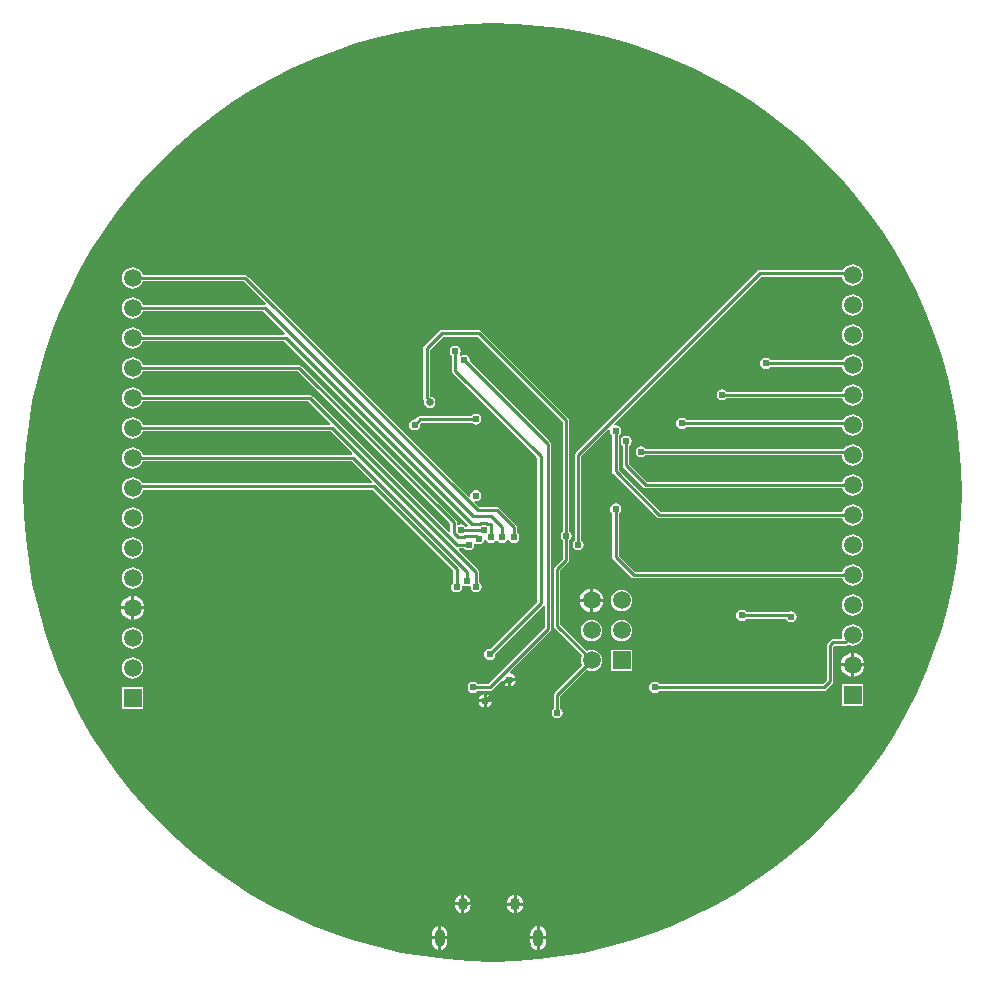
<source format=gbl>
G04 Layer_Physical_Order=2*
G04 Layer_Color=16711680*
%FSLAX25Y25*%
%MOIN*%
G70*
G01*
G75*
%ADD23C,0.01000*%
%ADD24R,0.05906X0.05906*%
%ADD25C,0.05906*%
%ADD26O,0.03347X0.04134*%
%ADD27O,0.03150X0.05906*%
%ADD28C,0.02441*%
%ADD29C,0.02567*%
G36*
X419173Y458189D02*
X426828Y457624D01*
X434445Y456685D01*
X442008Y455373D01*
X449497Y453691D01*
X456894Y451644D01*
X464182Y449236D01*
X471343Y446474D01*
X478360Y443364D01*
X485216Y439913D01*
X491894Y436129D01*
X498379Y432023D01*
X504654Y427603D01*
X510705Y422881D01*
X516517Y417868D01*
X522076Y412575D01*
X527368Y407017D01*
X532381Y401205D01*
X537104Y395154D01*
X541523Y388879D01*
X545629Y382394D01*
X549413Y375716D01*
X552864Y368860D01*
X555974Y361843D01*
X558736Y354682D01*
X561144Y347394D01*
X563191Y339997D01*
X564873Y332508D01*
X566185Y324945D01*
X567124Y317328D01*
X567689Y309673D01*
X567877Y302000D01*
X567689Y294327D01*
X567124Y286672D01*
X566185Y279055D01*
X564873Y271492D01*
X563191Y264003D01*
X561144Y256606D01*
X558736Y249318D01*
X555974Y242157D01*
X552864Y235140D01*
X549413Y228284D01*
X545629Y221606D01*
X541523Y215121D01*
X537104Y208846D01*
X532381Y202795D01*
X527368Y196983D01*
X522076Y191425D01*
X516517Y186132D01*
X510705Y181119D01*
X504654Y176397D01*
X498379Y171977D01*
X491894Y167871D01*
X485216Y164087D01*
X478360Y160636D01*
X471343Y157526D01*
X464182Y154764D01*
X456894Y152356D01*
X449497Y150309D01*
X442008Y148627D01*
X434445Y147315D01*
X426828Y146376D01*
X419173Y145811D01*
X411500Y145623D01*
X403827Y145811D01*
X396172Y146376D01*
X388555Y147315D01*
X380992Y148627D01*
X373503Y150309D01*
X366106Y152356D01*
X358818Y154764D01*
X351657Y157526D01*
X344640Y160636D01*
X337784Y164087D01*
X331106Y167871D01*
X324621Y171977D01*
X318346Y176397D01*
X312295Y181119D01*
X306483Y186132D01*
X300924Y191425D01*
X295632Y196983D01*
X290619Y202795D01*
X285896Y208846D01*
X281477Y215121D01*
X277371Y221606D01*
X273587Y228284D01*
X270136Y235140D01*
X267026Y242157D01*
X264264Y249318D01*
X261856Y256606D01*
X259809Y264003D01*
X258127Y271492D01*
X256815Y279055D01*
X255876Y286672D01*
X255311Y294327D01*
X255123Y302000D01*
X255311Y309673D01*
X255876Y317328D01*
X256815Y324945D01*
X258127Y332508D01*
X259809Y339997D01*
X261856Y347394D01*
X264264Y354682D01*
X267026Y361843D01*
X270136Y368860D01*
X273587Y375716D01*
X277371Y382394D01*
X281477Y388879D01*
X285896Y395154D01*
X290619Y401205D01*
X295632Y407017D01*
X300924Y412575D01*
X306483Y417868D01*
X312295Y422881D01*
X318346Y427603D01*
X324621Y432023D01*
X331106Y436129D01*
X337784Y439913D01*
X344640Y443364D01*
X351657Y446474D01*
X358818Y449236D01*
X366106Y451644D01*
X373503Y453691D01*
X380992Y455373D01*
X388555Y456685D01*
X396172Y457624D01*
X403827Y458189D01*
X411500Y458377D01*
X419173Y458189D01*
D02*
G37*
%LPC*%
G36*
X531500Y378083D02*
X530573Y377961D01*
X529708Y377603D01*
X528966Y377034D01*
X528397Y376292D01*
X528326Y376121D01*
X500500D01*
X500500Y376122D01*
X500071Y376036D01*
X499707Y375793D01*
X439207Y315293D01*
X438964Y314929D01*
X438878Y314500D01*
X438878Y314500D01*
Y285940D01*
X438688Y285812D01*
X438285Y285210D01*
X438144Y284500D01*
X438285Y283790D01*
X438688Y283188D01*
X439290Y282785D01*
X440000Y282644D01*
X440710Y282785D01*
X441313Y283188D01*
X441715Y283790D01*
X441856Y284500D01*
X441715Y285210D01*
X441313Y285812D01*
X441122Y285940D01*
Y314035D01*
X450270Y323184D01*
X450731Y322938D01*
X450644Y322500D01*
X450785Y321790D01*
X451188Y321187D01*
X451378Y321060D01*
Y309000D01*
X451378Y309000D01*
X451464Y308571D01*
X451707Y308207D01*
X466207Y293707D01*
X466207Y293707D01*
X466571Y293464D01*
X467000Y293378D01*
X467000Y293378D01*
X528119D01*
X528397Y292708D01*
X528966Y291966D01*
X529708Y291397D01*
X530573Y291039D01*
X531500Y290917D01*
X532428Y291039D01*
X533292Y291397D01*
X534034Y291966D01*
X534603Y292708D01*
X534961Y293573D01*
X535083Y294500D01*
X534961Y295427D01*
X534603Y296292D01*
X534034Y297034D01*
X533292Y297603D01*
X532428Y297961D01*
X531500Y298083D01*
X530573Y297961D01*
X529708Y297603D01*
X528966Y297034D01*
X528397Y296292D01*
X528119Y295621D01*
X467465D01*
X453622Y309465D01*
Y321060D01*
X453813Y321187D01*
X454215Y321790D01*
X454356Y322500D01*
X454215Y323210D01*
X453813Y323813D01*
X453210Y324215D01*
X452500Y324356D01*
X452062Y324269D01*
X451816Y324730D01*
X500965Y373879D01*
X527998D01*
X528039Y373573D01*
X528397Y372708D01*
X528966Y371966D01*
X529708Y371397D01*
X530573Y371039D01*
X531500Y370917D01*
X532428Y371039D01*
X533292Y371397D01*
X534034Y371966D01*
X534603Y372708D01*
X534961Y373573D01*
X535083Y374500D01*
X534961Y375427D01*
X534603Y376292D01*
X534034Y377034D01*
X533292Y377603D01*
X532428Y377961D01*
X531500Y378083D01*
D02*
G37*
G36*
X291500Y377083D02*
X290573Y376961D01*
X289708Y376603D01*
X288966Y376034D01*
X288397Y375292D01*
X288039Y374427D01*
X287917Y373500D01*
X288039Y372573D01*
X288397Y371708D01*
X288966Y370966D01*
X289708Y370397D01*
X290573Y370039D01*
X291500Y369917D01*
X292427Y370039D01*
X293292Y370397D01*
X294034Y370966D01*
X294603Y371708D01*
X294881Y372378D01*
X328535D01*
X335853Y365061D01*
X335606Y364600D01*
X335500Y364622D01*
X335500Y364621D01*
X294881D01*
X294603Y365292D01*
X294034Y366034D01*
X293292Y366603D01*
X292427Y366961D01*
X291500Y367083D01*
X290573Y366961D01*
X289708Y366603D01*
X288966Y366034D01*
X288397Y365292D01*
X288039Y364427D01*
X287917Y363500D01*
X288039Y362573D01*
X288397Y361708D01*
X288966Y360966D01*
X289708Y360397D01*
X290573Y360039D01*
X291500Y359917D01*
X292427Y360039D01*
X293292Y360397D01*
X294034Y360966D01*
X294603Y361708D01*
X294881Y362379D01*
X335035D01*
X342292Y355121D01*
X342085Y354622D01*
X294881D01*
X294603Y355292D01*
X294034Y356034D01*
X293292Y356603D01*
X292427Y356961D01*
X291500Y357083D01*
X290573Y356961D01*
X289708Y356603D01*
X288966Y356034D01*
X288397Y355292D01*
X288039Y354427D01*
X287917Y353500D01*
X288039Y352573D01*
X288397Y351708D01*
X288966Y350966D01*
X289708Y350397D01*
X290573Y350039D01*
X291500Y349917D01*
X292427Y350039D01*
X293292Y350397D01*
X294034Y350966D01*
X294603Y351708D01*
X294881Y352379D01*
X342035D01*
X403292Y291122D01*
X403085Y290621D01*
X402440D01*
X402313Y290812D01*
X401710Y291215D01*
X401000Y291356D01*
X400290Y291215D01*
X400121Y291103D01*
X399622Y291370D01*
Y292000D01*
X399622Y292000D01*
X399536Y292429D01*
X399293Y292793D01*
X399293Y292793D01*
X347793Y344293D01*
X347429Y344536D01*
X347000Y344622D01*
X347000Y344621D01*
X294881D01*
X294603Y345292D01*
X294034Y346034D01*
X293292Y346603D01*
X292427Y346961D01*
X291500Y347083D01*
X290573Y346961D01*
X289708Y346603D01*
X288966Y346034D01*
X288397Y345292D01*
X288039Y344427D01*
X287917Y343500D01*
X288039Y342573D01*
X288397Y341708D01*
X288966Y340966D01*
X289708Y340397D01*
X290573Y340039D01*
X291500Y339917D01*
X292427Y340039D01*
X293292Y340397D01*
X294034Y340966D01*
X294603Y341708D01*
X294881Y342378D01*
X346535D01*
X397378Y291535D01*
Y288915D01*
X396879Y288708D01*
X351293Y334293D01*
X350929Y334536D01*
X350500Y334622D01*
X350500Y334622D01*
X294881D01*
X294603Y335292D01*
X294034Y336034D01*
X293292Y336603D01*
X292427Y336961D01*
X291500Y337083D01*
X290573Y336961D01*
X289708Y336603D01*
X288966Y336034D01*
X288397Y335292D01*
X288039Y334427D01*
X287917Y333500D01*
X288039Y332573D01*
X288397Y331708D01*
X288966Y330966D01*
X289708Y330397D01*
X290573Y330039D01*
X291500Y329917D01*
X292427Y330039D01*
X293292Y330397D01*
X294034Y330966D01*
X294603Y331708D01*
X294881Y332379D01*
X350035D01*
X357330Y325083D01*
X357139Y324622D01*
X294881D01*
X294603Y325292D01*
X294034Y326034D01*
X293292Y326603D01*
X292427Y326961D01*
X291500Y327083D01*
X290573Y326961D01*
X289708Y326603D01*
X288966Y326034D01*
X288397Y325292D01*
X288039Y324427D01*
X287917Y323500D01*
X288039Y322573D01*
X288397Y321708D01*
X288966Y320966D01*
X289708Y320397D01*
X290573Y320039D01*
X291500Y319917D01*
X292427Y320039D01*
X293292Y320397D01*
X294034Y320966D01*
X294603Y321708D01*
X294881Y322378D01*
X357535D01*
X364792Y315122D01*
X364585Y314621D01*
X294881D01*
X294603Y315292D01*
X294034Y316034D01*
X293292Y316603D01*
X292427Y316961D01*
X291500Y317083D01*
X290573Y316961D01*
X289708Y316603D01*
X288966Y316034D01*
X288397Y315292D01*
X288039Y314427D01*
X287917Y313500D01*
X288039Y312573D01*
X288397Y311708D01*
X288966Y310966D01*
X289708Y310397D01*
X290573Y310039D01*
X291500Y309917D01*
X292427Y310039D01*
X293292Y310397D01*
X294034Y310966D01*
X294603Y311708D01*
X294881Y312379D01*
X364535D01*
X371330Y305584D01*
X371139Y305121D01*
X294674D01*
X294603Y305292D01*
X294034Y306034D01*
X293292Y306603D01*
X292427Y306961D01*
X291500Y307083D01*
X290573Y306961D01*
X289708Y306603D01*
X288966Y306034D01*
X288397Y305292D01*
X288039Y304427D01*
X287917Y303500D01*
X288039Y302573D01*
X288397Y301708D01*
X288966Y300966D01*
X289708Y300397D01*
X290573Y300039D01*
X291500Y299917D01*
X292427Y300039D01*
X293292Y300397D01*
X294034Y300966D01*
X294603Y301708D01*
X294961Y302573D01*
X295002Y302878D01*
X371535D01*
X398378Y276035D01*
Y271940D01*
X398187Y271813D01*
X397785Y271210D01*
X397644Y270500D01*
X397785Y269790D01*
X398187Y269187D01*
X398790Y268785D01*
X399500Y268644D01*
X400210Y268785D01*
X400812Y269187D01*
X401215Y269790D01*
X401356Y270500D01*
X401275Y270907D01*
X401554Y271097D01*
X401736Y271155D01*
X402290Y270785D01*
X403000Y270644D01*
X403710Y270785D01*
X403732Y270800D01*
X404148Y270522D01*
X404144Y270500D01*
X404285Y269790D01*
X404688Y269187D01*
X405290Y268785D01*
X406000Y268644D01*
X406710Y268785D01*
X407312Y269187D01*
X407715Y269790D01*
X407856Y270500D01*
X407715Y271210D01*
X407312Y271813D01*
X407122Y271940D01*
Y275500D01*
X407122Y275500D01*
X407036Y275929D01*
X406793Y276293D01*
X406793Y276293D01*
X400170Y282916D01*
X400361Y283379D01*
X402060D01*
X402187Y283188D01*
X402790Y282785D01*
X403500Y282644D01*
X404210Y282785D01*
X404812Y283188D01*
X405215Y283790D01*
X405356Y284500D01*
X405275Y284908D01*
X405554Y285097D01*
X405736Y285155D01*
X406290Y284785D01*
X407000Y284644D01*
X407710Y284785D01*
X408313Y285188D01*
X408715Y285790D01*
X408795Y286192D01*
X409139Y286261D01*
X409315Y286245D01*
X409688Y285687D01*
X410290Y285285D01*
X411000Y285144D01*
X411710Y285285D01*
X412313Y285687D01*
X412449Y285892D01*
X413051D01*
X413188Y285687D01*
X413790Y285285D01*
X414500Y285144D01*
X415210Y285285D01*
X415812Y285687D01*
X416215Y286290D01*
X416245Y286442D01*
X416755D01*
X416785Y286290D01*
X417188Y285687D01*
X417790Y285285D01*
X418500Y285144D01*
X419210Y285285D01*
X419812Y285687D01*
X420215Y286290D01*
X420356Y287000D01*
X420215Y287710D01*
X419812Y288313D01*
X419622Y288440D01*
Y290500D01*
X419536Y290929D01*
X419293Y291293D01*
X419293Y291293D01*
X413793Y296793D01*
X413429Y297036D01*
X413000Y297122D01*
X413000Y297122D01*
X406965D01*
X405403Y298683D01*
X405649Y299144D01*
X405942Y299086D01*
X406652Y299227D01*
X407255Y299629D01*
X407657Y300232D01*
X407798Y300942D01*
X407657Y301652D01*
X407255Y302255D01*
X406652Y302657D01*
X405942Y302798D01*
X405232Y302657D01*
X404630Y302255D01*
X404227Y301652D01*
X404086Y300942D01*
X404144Y300649D01*
X403683Y300403D01*
X329793Y374293D01*
X329429Y374536D01*
X329000Y374622D01*
X329000Y374622D01*
X294881D01*
X294603Y375292D01*
X294034Y376034D01*
X293292Y376603D01*
X292427Y376961D01*
X291500Y377083D01*
D02*
G37*
G36*
X531500Y368083D02*
X530573Y367961D01*
X529708Y367603D01*
X528966Y367034D01*
X528397Y366292D01*
X528039Y365427D01*
X527917Y364500D01*
X528039Y363573D01*
X528397Y362708D01*
X528966Y361966D01*
X529708Y361397D01*
X530573Y361039D01*
X531500Y360917D01*
X532428Y361039D01*
X533292Y361397D01*
X534034Y361966D01*
X534603Y362708D01*
X534961Y363573D01*
X535083Y364500D01*
X534961Y365427D01*
X534603Y366292D01*
X534034Y367034D01*
X533292Y367603D01*
X532428Y367961D01*
X531500Y368083D01*
D02*
G37*
G36*
X407000Y356122D02*
X407000Y356121D01*
X394500D01*
X394500Y356122D01*
X394071Y356036D01*
X393707Y355793D01*
X393707Y355793D01*
X388707Y350793D01*
X388464Y350429D01*
X388378Y350000D01*
X388379Y350000D01*
Y333500D01*
X388378Y333500D01*
X388464Y333071D01*
X388707Y332707D01*
X388718Y332696D01*
X388580Y332000D01*
X388726Y331265D01*
X389142Y330642D01*
X389765Y330226D01*
X390500Y330080D01*
X391235Y330226D01*
X391858Y330642D01*
X392274Y331265D01*
X392420Y332000D01*
X392274Y332735D01*
X391858Y333358D01*
X391235Y333774D01*
X390707Y333879D01*
X390621Y333965D01*
Y349535D01*
X394965Y353878D01*
X406535D01*
X434878Y325535D01*
Y288940D01*
X434688Y288812D01*
X434285Y288210D01*
X434144Y287500D01*
X434285Y286790D01*
X434688Y286188D01*
X434878Y286060D01*
Y279965D01*
X432207Y277293D01*
X431964Y276929D01*
X431878Y276500D01*
X431878Y276500D01*
Y257500D01*
X431878Y257500D01*
X431964Y257071D01*
X432207Y256707D01*
X441316Y247598D01*
X441039Y246927D01*
X440917Y246000D01*
X441039Y245073D01*
X441316Y244402D01*
X432207Y235293D01*
X431964Y234929D01*
X431878Y234500D01*
X431878Y234500D01*
Y229940D01*
X431687Y229813D01*
X431285Y229210D01*
X431144Y228500D01*
X431285Y227790D01*
X431687Y227187D01*
X432290Y226785D01*
X433000Y226644D01*
X433710Y226785D01*
X434312Y227187D01*
X434715Y227790D01*
X434856Y228500D01*
X434715Y229210D01*
X434312Y229813D01*
X434122Y229940D01*
Y234035D01*
X442902Y242816D01*
X443573Y242539D01*
X444500Y242417D01*
X445428Y242539D01*
X446292Y242897D01*
X447034Y243466D01*
X447603Y244208D01*
X447961Y245073D01*
X448083Y246000D01*
X447961Y246927D01*
X447603Y247792D01*
X447034Y248534D01*
X446292Y249103D01*
X445428Y249461D01*
X444500Y249583D01*
X443573Y249461D01*
X442902Y249184D01*
X434122Y257965D01*
Y276035D01*
X436793Y278707D01*
X437036Y279071D01*
X437122Y279500D01*
X437122Y279500D01*
Y286060D01*
X437313Y286188D01*
X437715Y286790D01*
X437856Y287500D01*
X437715Y288210D01*
X437313Y288812D01*
X437122Y288940D01*
Y326000D01*
X437036Y326429D01*
X436793Y326793D01*
X436793Y326793D01*
X407793Y355793D01*
X407429Y356036D01*
X407000Y356122D01*
D02*
G37*
G36*
X531500Y358083D02*
X530573Y357961D01*
X529708Y357603D01*
X528966Y357034D01*
X528397Y356292D01*
X528039Y355427D01*
X527917Y354500D01*
X528039Y353573D01*
X528397Y352708D01*
X528966Y351966D01*
X529708Y351397D01*
X530573Y351039D01*
X531500Y350917D01*
X532428Y351039D01*
X533292Y351397D01*
X534034Y351966D01*
X534603Y352708D01*
X534961Y353573D01*
X535083Y354500D01*
X534961Y355427D01*
X534603Y356292D01*
X534034Y357034D01*
X533292Y357603D01*
X532428Y357961D01*
X531500Y358083D01*
D02*
G37*
G36*
Y348083D02*
X530573Y347961D01*
X529708Y347603D01*
X528966Y347034D01*
X528397Y346292D01*
X528326Y346122D01*
X503940D01*
X503813Y346312D01*
X503210Y346715D01*
X502500Y346856D01*
X501790Y346715D01*
X501188Y346312D01*
X500785Y345710D01*
X500644Y345000D01*
X500785Y344290D01*
X501188Y343688D01*
X501790Y343285D01*
X502500Y343144D01*
X503210Y343285D01*
X503813Y343688D01*
X503940Y343879D01*
X527998D01*
X528039Y343573D01*
X528397Y342708D01*
X528966Y341966D01*
X529708Y341397D01*
X530573Y341039D01*
X531500Y340917D01*
X532428Y341039D01*
X533292Y341397D01*
X534034Y341966D01*
X534603Y342708D01*
X534961Y343573D01*
X535083Y344500D01*
X534961Y345427D01*
X534603Y346292D01*
X534034Y347034D01*
X533292Y347603D01*
X532428Y347961D01*
X531500Y348083D01*
D02*
G37*
G36*
Y338083D02*
X530573Y337961D01*
X529708Y337603D01*
X528966Y337034D01*
X528397Y336292D01*
X528119Y335622D01*
X489440D01*
X489313Y335812D01*
X488710Y336215D01*
X488000Y336356D01*
X487290Y336215D01*
X486688Y335812D01*
X486285Y335210D01*
X486144Y334500D01*
X486285Y333790D01*
X486688Y333188D01*
X487290Y332785D01*
X488000Y332644D01*
X488710Y332785D01*
X489313Y333188D01*
X489440Y333379D01*
X528119D01*
X528397Y332708D01*
X528966Y331966D01*
X529708Y331397D01*
X530573Y331039D01*
X531500Y330917D01*
X532428Y331039D01*
X533292Y331397D01*
X534034Y331966D01*
X534603Y332708D01*
X534961Y333573D01*
X535083Y334500D01*
X534961Y335427D01*
X534603Y336292D01*
X534034Y337034D01*
X533292Y337603D01*
X532428Y337961D01*
X531500Y338083D01*
D02*
G37*
G36*
X405917Y328274D02*
X405207Y328132D01*
X404605Y327730D01*
X404477Y327539D01*
X387417D01*
X387417Y327539D01*
X386988Y327453D01*
X386624Y327210D01*
X386624Y327210D01*
X385725Y326311D01*
X385500Y326356D01*
X384790Y326215D01*
X384188Y325813D01*
X383785Y325210D01*
X383644Y324500D01*
X383785Y323790D01*
X384188Y323187D01*
X384790Y322785D01*
X385500Y322644D01*
X386210Y322785D01*
X386812Y323187D01*
X387215Y323790D01*
X387356Y324500D01*
X387311Y324725D01*
X387882Y325296D01*
X404477D01*
X404605Y325105D01*
X405207Y324703D01*
X405917Y324561D01*
X406628Y324703D01*
X407230Y325105D01*
X407632Y325707D01*
X407773Y326417D01*
X407632Y327128D01*
X407230Y327730D01*
X406628Y328132D01*
X405917Y328274D01*
D02*
G37*
G36*
X531500Y328083D02*
X530573Y327961D01*
X529708Y327603D01*
X528966Y327034D01*
X528397Y326292D01*
X528326Y326121D01*
X475940D01*
X475812Y326312D01*
X475210Y326715D01*
X474500Y326856D01*
X473790Y326715D01*
X473187Y326312D01*
X472785Y325710D01*
X472644Y325000D01*
X472785Y324290D01*
X473187Y323688D01*
X473790Y323285D01*
X474500Y323144D01*
X475210Y323285D01*
X475812Y323688D01*
X475940Y323879D01*
X527998D01*
X528039Y323573D01*
X528397Y322708D01*
X528966Y321966D01*
X529708Y321397D01*
X530573Y321039D01*
X531500Y320917D01*
X532428Y321039D01*
X533292Y321397D01*
X534034Y321966D01*
X534603Y322708D01*
X534961Y323573D01*
X535083Y324500D01*
X534961Y325427D01*
X534603Y326292D01*
X534034Y327034D01*
X533292Y327603D01*
X532428Y327961D01*
X531500Y328083D01*
D02*
G37*
G36*
Y318083D02*
X530573Y317961D01*
X529708Y317603D01*
X528966Y317034D01*
X528650Y316621D01*
X462440D01*
X462313Y316812D01*
X461710Y317215D01*
X461000Y317356D01*
X460290Y317215D01*
X459688Y316812D01*
X459285Y316210D01*
X459144Y315500D01*
X459285Y314790D01*
X459688Y314188D01*
X460290Y313785D01*
X461000Y313644D01*
X461710Y313785D01*
X462313Y314188D01*
X462440Y314378D01*
X527933D01*
X528039Y313573D01*
X528397Y312708D01*
X528966Y311966D01*
X529708Y311397D01*
X530573Y311039D01*
X531500Y310917D01*
X532428Y311039D01*
X533292Y311397D01*
X534034Y311966D01*
X534603Y312708D01*
X534961Y313573D01*
X535083Y314500D01*
X534961Y315427D01*
X534603Y316292D01*
X534034Y317034D01*
X533292Y317603D01*
X532428Y317961D01*
X531500Y318083D01*
D02*
G37*
G36*
X456000Y320856D02*
X455290Y320715D01*
X454688Y320312D01*
X454285Y319710D01*
X454144Y319000D01*
X454285Y318290D01*
X454688Y317688D01*
X454878Y317560D01*
Y311000D01*
X454878Y311000D01*
X454964Y310571D01*
X455207Y310207D01*
X461707Y303707D01*
X461707Y303707D01*
X462071Y303464D01*
X462500Y303378D01*
X462500Y303379D01*
X528119D01*
X528397Y302708D01*
X528966Y301966D01*
X529708Y301397D01*
X530573Y301039D01*
X531500Y300917D01*
X532428Y301039D01*
X533292Y301397D01*
X534034Y301966D01*
X534603Y302708D01*
X534961Y303573D01*
X535083Y304500D01*
X534961Y305427D01*
X534603Y306292D01*
X534034Y307034D01*
X533292Y307603D01*
X532428Y307961D01*
X531500Y308083D01*
X530573Y307961D01*
X529708Y307603D01*
X528966Y307034D01*
X528397Y306292D01*
X528119Y305622D01*
X462965D01*
X457122Y311465D01*
Y317560D01*
X457312Y317688D01*
X457715Y318290D01*
X457856Y319000D01*
X457715Y319710D01*
X457312Y320312D01*
X456710Y320715D01*
X456000Y320856D01*
D02*
G37*
G36*
X291500Y297083D02*
X290573Y296961D01*
X289708Y296603D01*
X288966Y296034D01*
X288397Y295292D01*
X288039Y294427D01*
X287917Y293500D01*
X288039Y292573D01*
X288397Y291708D01*
X288966Y290966D01*
X289708Y290397D01*
X290573Y290039D01*
X291500Y289917D01*
X292427Y290039D01*
X293292Y290397D01*
X294034Y290966D01*
X294603Y291708D01*
X294961Y292573D01*
X295083Y293500D01*
X294961Y294427D01*
X294603Y295292D01*
X294034Y296034D01*
X293292Y296603D01*
X292427Y296961D01*
X291500Y297083D01*
D02*
G37*
G36*
X531500Y288083D02*
X530573Y287961D01*
X529708Y287603D01*
X528966Y287034D01*
X528397Y286292D01*
X528039Y285427D01*
X527917Y284500D01*
X528039Y283573D01*
X528397Y282708D01*
X528966Y281966D01*
X529708Y281397D01*
X530573Y281039D01*
X531500Y280917D01*
X532428Y281039D01*
X533292Y281397D01*
X534034Y281966D01*
X534603Y282708D01*
X534961Y283573D01*
X535083Y284500D01*
X534961Y285427D01*
X534603Y286292D01*
X534034Y287034D01*
X533292Y287603D01*
X532428Y287961D01*
X531500Y288083D01*
D02*
G37*
G36*
X291500Y287083D02*
X290573Y286961D01*
X289708Y286603D01*
X288966Y286034D01*
X288397Y285292D01*
X288039Y284427D01*
X287917Y283500D01*
X288039Y282573D01*
X288397Y281708D01*
X288966Y280966D01*
X289708Y280397D01*
X290573Y280039D01*
X291500Y279917D01*
X292427Y280039D01*
X293292Y280397D01*
X294034Y280966D01*
X294603Y281708D01*
X294961Y282573D01*
X295083Y283500D01*
X294961Y284427D01*
X294603Y285292D01*
X294034Y286034D01*
X293292Y286603D01*
X292427Y286961D01*
X291500Y287083D01*
D02*
G37*
G36*
X452500Y298356D02*
X451790Y298215D01*
X451188Y297813D01*
X450785Y297210D01*
X450644Y296500D01*
X450785Y295790D01*
X451188Y295187D01*
X451378Y295060D01*
Y280500D01*
X451378Y280500D01*
X451464Y280071D01*
X451707Y279707D01*
X457707Y273707D01*
X457707Y273707D01*
X458071Y273464D01*
X458500Y273378D01*
X458500Y273378D01*
X528119D01*
X528397Y272708D01*
X528966Y271966D01*
X529708Y271397D01*
X530573Y271039D01*
X531500Y270917D01*
X532428Y271039D01*
X533292Y271397D01*
X534034Y271966D01*
X534603Y272708D01*
X534961Y273573D01*
X535083Y274500D01*
X534961Y275427D01*
X534603Y276292D01*
X534034Y277034D01*
X533292Y277603D01*
X532428Y277961D01*
X531500Y278083D01*
X530573Y277961D01*
X529708Y277603D01*
X528966Y277034D01*
X528397Y276292D01*
X528119Y275622D01*
X458965D01*
X453622Y280965D01*
Y295060D01*
X453813Y295187D01*
X454215Y295790D01*
X454356Y296500D01*
X454215Y297210D01*
X453813Y297813D01*
X453210Y298215D01*
X452500Y298356D01*
D02*
G37*
G36*
X291500Y277083D02*
X290573Y276961D01*
X289708Y276603D01*
X288966Y276034D01*
X288397Y275292D01*
X288039Y274427D01*
X287917Y273500D01*
X288039Y272573D01*
X288397Y271708D01*
X288966Y270966D01*
X289708Y270397D01*
X290573Y270039D01*
X291500Y269917D01*
X292427Y270039D01*
X293292Y270397D01*
X294034Y270966D01*
X294603Y271708D01*
X294961Y272573D01*
X295083Y273500D01*
X294961Y274427D01*
X294603Y275292D01*
X294034Y276034D01*
X293292Y276603D01*
X292427Y276961D01*
X291500Y277083D01*
D02*
G37*
G36*
X445000Y269921D02*
Y266500D01*
X448421D01*
X448351Y267032D01*
X447953Y267993D01*
X447319Y268819D01*
X446493Y269453D01*
X445532Y269851D01*
X445000Y269921D01*
D02*
G37*
G36*
X444000D02*
X443468Y269851D01*
X442507Y269453D01*
X441681Y268819D01*
X441047Y267993D01*
X440649Y267032D01*
X440579Y266500D01*
X444000D01*
Y269921D01*
D02*
G37*
G36*
X292000Y267421D02*
Y264000D01*
X295421D01*
X295351Y264532D01*
X294953Y265493D01*
X294319Y266319D01*
X293493Y266953D01*
X292532Y267351D01*
X292000Y267421D01*
D02*
G37*
G36*
X291000D02*
X290468Y267351D01*
X289507Y266953D01*
X288681Y266319D01*
X288047Y265493D01*
X287649Y264532D01*
X287579Y264000D01*
X291000D01*
Y267421D01*
D02*
G37*
G36*
X454500Y269583D02*
X453573Y269461D01*
X452708Y269103D01*
X451966Y268534D01*
X451397Y267792D01*
X451039Y266927D01*
X450917Y266000D01*
X451039Y265073D01*
X451397Y264208D01*
X451966Y263466D01*
X452708Y262897D01*
X453573Y262539D01*
X454500Y262417D01*
X455428Y262539D01*
X456292Y262897D01*
X457034Y263466D01*
X457603Y264208D01*
X457961Y265073D01*
X458083Y266000D01*
X457961Y266927D01*
X457603Y267792D01*
X457034Y268534D01*
X456292Y269103D01*
X455428Y269461D01*
X454500Y269583D01*
D02*
G37*
G36*
X448421Y265500D02*
X445000D01*
Y262079D01*
X445532Y262149D01*
X446493Y262547D01*
X447319Y263181D01*
X447953Y264007D01*
X448351Y264968D01*
X448421Y265500D01*
D02*
G37*
G36*
X444000D02*
X440579D01*
X440649Y264968D01*
X441047Y264007D01*
X441681Y263181D01*
X442507Y262547D01*
X443468Y262149D01*
X444000Y262079D01*
Y265500D01*
D02*
G37*
G36*
X531500Y268083D02*
X530573Y267961D01*
X529708Y267603D01*
X528966Y267034D01*
X528397Y266292D01*
X528039Y265427D01*
X527917Y264500D01*
X528039Y263573D01*
X528397Y262708D01*
X528966Y261966D01*
X529708Y261397D01*
X530573Y261039D01*
X531500Y260917D01*
X532428Y261039D01*
X533292Y261397D01*
X534034Y261966D01*
X534603Y262708D01*
X534961Y263573D01*
X535083Y264500D01*
X534961Y265427D01*
X534603Y266292D01*
X534034Y267034D01*
X533292Y267603D01*
X532428Y267961D01*
X531500Y268083D01*
D02*
G37*
G36*
X295421Y263000D02*
X292000D01*
Y259579D01*
X292532Y259649D01*
X293493Y260047D01*
X294319Y260681D01*
X294953Y261507D01*
X295351Y262468D01*
X295421Y263000D01*
D02*
G37*
G36*
X291000D02*
X287579D01*
X287649Y262468D01*
X288047Y261507D01*
X288681Y260681D01*
X289507Y260047D01*
X290468Y259649D01*
X291000Y259579D01*
Y263000D01*
D02*
G37*
G36*
X494500Y262856D02*
X493790Y262715D01*
X493188Y262313D01*
X492785Y261710D01*
X492644Y261000D01*
X492785Y260290D01*
X493188Y259687D01*
X493790Y259285D01*
X494500Y259144D01*
X495210Y259285D01*
X495813Y259687D01*
X495940Y259878D01*
X509268D01*
X509285Y259790D01*
X509688Y259188D01*
X510290Y258785D01*
X511000Y258644D01*
X511710Y258785D01*
X512313Y259188D01*
X512715Y259790D01*
X512856Y260500D01*
X512715Y261210D01*
X512313Y261812D01*
X511710Y262215D01*
X511000Y262356D01*
X510290Y262215D01*
X510150Y262122D01*
X495940D01*
X495813Y262313D01*
X495210Y262715D01*
X494500Y262856D01*
D02*
G37*
G36*
X454500Y259583D02*
X453573Y259461D01*
X452708Y259103D01*
X451966Y258534D01*
X451397Y257792D01*
X451039Y256927D01*
X450917Y256000D01*
X451039Y255073D01*
X451397Y254208D01*
X451966Y253466D01*
X452708Y252897D01*
X453573Y252539D01*
X454500Y252417D01*
X455428Y252539D01*
X456292Y252897D01*
X457034Y253466D01*
X457603Y254208D01*
X457961Y255073D01*
X458083Y256000D01*
X457961Y256927D01*
X457603Y257792D01*
X457034Y258534D01*
X456292Y259103D01*
X455428Y259461D01*
X454500Y259583D01*
D02*
G37*
G36*
X444500D02*
X443573Y259461D01*
X442708Y259103D01*
X441966Y258534D01*
X441397Y257792D01*
X441039Y256927D01*
X440917Y256000D01*
X441039Y255073D01*
X441397Y254208D01*
X441966Y253466D01*
X442708Y252897D01*
X443573Y252539D01*
X444500Y252417D01*
X445428Y252539D01*
X446292Y252897D01*
X447034Y253466D01*
X447603Y254208D01*
X447961Y255073D01*
X448083Y256000D01*
X447961Y256927D01*
X447603Y257792D01*
X447034Y258534D01*
X446292Y259103D01*
X445428Y259461D01*
X444500Y259583D01*
D02*
G37*
G36*
X531500Y258083D02*
X530573Y257961D01*
X529708Y257603D01*
X528966Y257034D01*
X528397Y256292D01*
X528039Y255427D01*
X527917Y254500D01*
X528032Y253622D01*
X528001Y253460D01*
X527775Y253121D01*
X525000D01*
X524571Y253036D01*
X524207Y252793D01*
X524207Y252793D01*
X523207Y251793D01*
X522964Y251429D01*
X522878Y251000D01*
X522878Y251000D01*
Y239465D01*
X521535Y238122D01*
X466940D01*
X466813Y238313D01*
X466210Y238715D01*
X465500Y238856D01*
X464790Y238715D01*
X464187Y238313D01*
X463785Y237710D01*
X463644Y237000D01*
X463785Y236290D01*
X464187Y235687D01*
X464790Y235285D01*
X465500Y235144D01*
X466210Y235285D01*
X466813Y235687D01*
X466940Y235878D01*
X522000D01*
X522000Y235878D01*
X522429Y235964D01*
X522793Y236207D01*
X524793Y238207D01*
X524793Y238207D01*
X525036Y238571D01*
X525122Y239000D01*
X525122Y239000D01*
Y250535D01*
X525465Y250879D01*
X529000D01*
X529000Y250878D01*
X529429Y250964D01*
X529793Y251207D01*
X529902Y251316D01*
X530573Y251039D01*
X531500Y250917D01*
X532428Y251039D01*
X533292Y251397D01*
X534034Y251966D01*
X534603Y252708D01*
X534961Y253573D01*
X535083Y254500D01*
X534961Y255427D01*
X534603Y256292D01*
X534034Y257034D01*
X533292Y257603D01*
X532428Y257961D01*
X531500Y258083D01*
D02*
G37*
G36*
X291500Y257083D02*
X290573Y256961D01*
X289708Y256603D01*
X288966Y256034D01*
X288397Y255292D01*
X288039Y254427D01*
X287917Y253500D01*
X288039Y252573D01*
X288397Y251708D01*
X288966Y250966D01*
X289708Y250397D01*
X290573Y250039D01*
X291500Y249917D01*
X292427Y250039D01*
X293292Y250397D01*
X294034Y250966D01*
X294603Y251708D01*
X294961Y252573D01*
X295083Y253500D01*
X294961Y254427D01*
X294603Y255292D01*
X294034Y256034D01*
X293292Y256603D01*
X292427Y256961D01*
X291500Y257083D01*
D02*
G37*
G36*
X532000Y248421D02*
Y245000D01*
X535421D01*
X535351Y245532D01*
X534953Y246493D01*
X534319Y247319D01*
X533493Y247953D01*
X532532Y248351D01*
X532000Y248421D01*
D02*
G37*
G36*
X531000D02*
X530468Y248351D01*
X529507Y247953D01*
X528681Y247319D01*
X528047Y246493D01*
X527649Y245532D01*
X527579Y245000D01*
X531000D01*
Y248421D01*
D02*
G37*
G36*
X458053Y249553D02*
X450947D01*
Y242447D01*
X458053D01*
Y249553D01*
D02*
G37*
G36*
X535421Y244000D02*
X532000D01*
Y240579D01*
X532532Y240649D01*
X533493Y241047D01*
X534319Y241681D01*
X534953Y242507D01*
X535351Y243468D01*
X535421Y244000D01*
D02*
G37*
G36*
X531000D02*
X527579D01*
X527649Y243468D01*
X528047Y242507D01*
X528681Y241681D01*
X529507Y241047D01*
X530468Y240649D01*
X531000Y240579D01*
Y244000D01*
D02*
G37*
G36*
X291500Y247083D02*
X290573Y246961D01*
X289708Y246603D01*
X288966Y246034D01*
X288397Y245292D01*
X288039Y244427D01*
X287917Y243500D01*
X288039Y242573D01*
X288397Y241708D01*
X288966Y240966D01*
X289708Y240397D01*
X290573Y240039D01*
X291500Y239917D01*
X292427Y240039D01*
X293292Y240397D01*
X294034Y240966D01*
X294603Y241708D01*
X294961Y242573D01*
X295083Y243500D01*
X294961Y244427D01*
X294603Y245292D01*
X294034Y246034D01*
X293292Y246603D01*
X292427Y246961D01*
X291500Y247083D01*
D02*
G37*
G36*
X419165Y239000D02*
X417500D01*
Y237335D01*
X417866Y237408D01*
X418601Y237899D01*
X419092Y238634D01*
X419165Y239000D01*
D02*
G37*
G36*
X399000Y350856D02*
X398290Y350715D01*
X397688Y350312D01*
X397285Y349710D01*
X397144Y349000D01*
X397285Y348290D01*
X397688Y347688D01*
X397879Y347560D01*
Y342500D01*
X397878Y342500D01*
X397964Y342071D01*
X398207Y341707D01*
X426378Y313535D01*
Y265465D01*
X410725Y249811D01*
X410500Y249856D01*
X409790Y249715D01*
X409188Y249312D01*
X408785Y248710D01*
X408644Y248000D01*
X408785Y247290D01*
X409188Y246688D01*
X409790Y246285D01*
X410500Y246144D01*
X411210Y246285D01*
X411812Y246688D01*
X412215Y247290D01*
X412356Y248000D01*
X412311Y248225D01*
X428293Y264207D01*
X428378Y264335D01*
X428878Y264183D01*
Y256965D01*
X410035Y238122D01*
X406440D01*
X406313Y238313D01*
X405710Y238715D01*
X405000Y238856D01*
X404290Y238715D01*
X403687Y238313D01*
X403285Y237710D01*
X403144Y237000D01*
X403285Y236290D01*
X403687Y235687D01*
X404290Y235285D01*
X405000Y235144D01*
X405710Y235285D01*
X406313Y235687D01*
X406440Y235878D01*
X410500D01*
X410500Y235878D01*
X410929Y235964D01*
X411293Y236207D01*
X414286Y239200D01*
X414828Y239035D01*
X414908Y238634D01*
X415399Y237899D01*
X416134Y237408D01*
X416500Y237335D01*
Y239500D01*
X417000D01*
Y240000D01*
X419165D01*
X419092Y240366D01*
X418601Y241101D01*
X417866Y241592D01*
X417465Y241671D01*
X417300Y242214D01*
X430793Y255707D01*
X430793Y255707D01*
X431036Y256071D01*
X431122Y256500D01*
Y318000D01*
X431122Y318000D01*
X431036Y318429D01*
X430793Y318793D01*
X403811Y345775D01*
X403856Y346000D01*
X403715Y346710D01*
X403312Y347312D01*
X402710Y347715D01*
X402000Y347856D01*
X401290Y347715D01*
X400968Y347500D01*
X400951Y347496D01*
X400407Y347724D01*
X400392Y347806D01*
X400715Y348290D01*
X400856Y349000D01*
X400715Y349710D01*
X400313Y350312D01*
X399710Y350715D01*
X399000Y350856D01*
D02*
G37*
G36*
X409500Y234665D02*
Y233000D01*
X411165D01*
X411092Y233366D01*
X410601Y234101D01*
X409866Y234592D01*
X409500Y234665D01*
D02*
G37*
G36*
X408500D02*
X408134Y234592D01*
X407399Y234101D01*
X406908Y233366D01*
X406836Y233000D01*
X408500D01*
Y234665D01*
D02*
G37*
G36*
X535053Y238053D02*
X527947D01*
Y230947D01*
X535053D01*
Y238053D01*
D02*
G37*
G36*
X411165Y232000D02*
X409500D01*
Y230335D01*
X409866Y230408D01*
X410601Y230899D01*
X411092Y231634D01*
X411165Y232000D01*
D02*
G37*
G36*
X408500D02*
X406836D01*
X406908Y231634D01*
X407399Y230899D01*
X408134Y230408D01*
X408500Y230335D01*
Y232000D01*
D02*
G37*
G36*
X295053Y237053D02*
X287947D01*
Y229947D01*
X295053D01*
Y237053D01*
D02*
G37*
G36*
X401996Y167843D02*
Y165319D01*
X404178D01*
X404101Y165910D01*
X403831Y166560D01*
X403403Y167119D01*
X402844Y167547D01*
X402194Y167817D01*
X401996Y167843D01*
D02*
G37*
G36*
X400996D02*
X400798Y167817D01*
X400148Y167547D01*
X399589Y167119D01*
X399161Y166560D01*
X398892Y165910D01*
X398814Y165319D01*
X400996D01*
Y167843D01*
D02*
G37*
G36*
X419516Y167745D02*
Y165220D01*
X421698D01*
X421620Y165812D01*
X421351Y166462D01*
X420922Y167021D01*
X420364Y167449D01*
X419714Y167718D01*
X419516Y167745D01*
D02*
G37*
G36*
X418516D02*
X418318Y167718D01*
X417668Y167449D01*
X417109Y167021D01*
X416681Y166462D01*
X416411Y165812D01*
X416333Y165220D01*
X418516D01*
Y167745D01*
D02*
G37*
G36*
X404178Y164319D02*
X401996D01*
Y161794D01*
X402194Y161820D01*
X402844Y162090D01*
X403403Y162518D01*
X403831Y163077D01*
X404101Y163727D01*
X404178Y164319D01*
D02*
G37*
G36*
X400996D02*
X398814D01*
X398892Y163727D01*
X399161Y163077D01*
X399589Y162518D01*
X400148Y162090D01*
X400798Y161820D01*
X400996Y161794D01*
Y164319D01*
D02*
G37*
G36*
X421698Y164220D02*
X419516D01*
Y161696D01*
X419714Y161722D01*
X420364Y161992D01*
X420922Y162420D01*
X421351Y162978D01*
X421620Y163629D01*
X421698Y164220D01*
D02*
G37*
G36*
X418516D02*
X416333D01*
X416411Y163629D01*
X416681Y162978D01*
X417109Y162420D01*
X417668Y161992D01*
X418318Y161722D01*
X418516Y161696D01*
Y164220D01*
D02*
G37*
G36*
X427194Y157409D02*
Y154000D01*
X429291D01*
Y154878D01*
X429203Y155550D01*
X428943Y156176D01*
X428530Y156714D01*
X427992Y157127D01*
X427366Y157387D01*
X427194Y157409D01*
D02*
G37*
G36*
X426194D02*
X426022Y157387D01*
X425395Y157127D01*
X424858Y156714D01*
X424445Y156176D01*
X424185Y155550D01*
X424097Y154878D01*
Y154000D01*
X426194D01*
Y157409D01*
D02*
G37*
G36*
X394318D02*
Y154000D01*
X396415D01*
Y154878D01*
X396327Y155550D01*
X396067Y156176D01*
X395655Y156714D01*
X395117Y157127D01*
X394491Y157387D01*
X394318Y157409D01*
D02*
G37*
G36*
X393318D02*
X393146Y157387D01*
X392520Y157127D01*
X391982Y156714D01*
X391569Y156176D01*
X391310Y155550D01*
X391221Y154878D01*
Y154000D01*
X393318D01*
Y157409D01*
D02*
G37*
G36*
X429291Y153000D02*
X427194D01*
Y149591D01*
X427366Y149613D01*
X427992Y149873D01*
X428530Y150286D01*
X428943Y150823D01*
X429203Y151450D01*
X429291Y152122D01*
Y153000D01*
D02*
G37*
G36*
X426194D02*
X424097D01*
Y152122D01*
X424185Y151450D01*
X424445Y150823D01*
X424858Y150286D01*
X425395Y149873D01*
X426022Y149613D01*
X426194Y149591D01*
Y153000D01*
D02*
G37*
G36*
X396415D02*
X394318D01*
Y149591D01*
X394491Y149613D01*
X395117Y149873D01*
X395655Y150286D01*
X396067Y150823D01*
X396327Y151450D01*
X396415Y152122D01*
Y153000D01*
D02*
G37*
G36*
X393318D02*
X391221D01*
Y152122D01*
X391310Y151450D01*
X391569Y150823D01*
X391982Y150286D01*
X392520Y149873D01*
X393146Y149613D01*
X393318Y149591D01*
Y153000D01*
D02*
G37*
%LPD*%
D23*
X409000Y232500D02*
X416000Y239500D01*
X417000D02*
X417500Y239000D01*
X416000Y239500D02*
X417000D01*
X410500Y237000D02*
X430000Y256500D01*
X405000Y237000D02*
X410500D01*
X494500Y261000D02*
X510500D01*
X511000Y260500D01*
X390500Y332000D02*
Y332500D01*
X389500Y333500D02*
X390500Y332500D01*
X389500Y333500D02*
Y350000D01*
X394500Y355000D01*
X407000D01*
X436000Y326000D01*
Y287500D02*
Y326000D01*
X440000Y284500D02*
Y314500D01*
X500500Y375000D01*
X436000Y279500D02*
Y287500D01*
X433000Y276500D02*
X436000Y279500D01*
X433000Y257500D02*
Y276500D01*
X413000Y296000D02*
X418500Y290500D01*
X406500Y296000D02*
X413000D01*
X329000Y373500D02*
X406500Y296000D01*
X411000Y294000D02*
X414500Y290500D01*
X408130Y294000D02*
X411000D01*
X408030Y294100D02*
X408130Y294000D01*
X404900Y294100D02*
X408030D01*
X335500Y363500D02*
X404900Y294100D01*
X398500Y288500D02*
X399820Y287179D01*
X401961D01*
X402282Y287500D02*
X406000D01*
X401961Y287179D02*
X402282Y287500D01*
X406000D02*
X407000Y286500D01*
X409782Y291500D02*
X411000D01*
X409461Y291821D02*
X409782Y291500D01*
X407539Y291821D02*
X409461D01*
X407218Y291500D02*
X407539Y291821D01*
X404500Y291500D02*
X407218D01*
X342500Y353500D02*
X404500Y291500D01*
X398500Y288500D02*
Y292000D01*
X347000Y343500D02*
X398500Y292000D01*
X291500Y343500D02*
X347000D01*
X529000Y252000D02*
X531500Y254500D01*
X525000Y252000D02*
X529000D01*
X524000Y251000D02*
X525000Y252000D01*
X524000Y239000D02*
Y251000D01*
X522000Y237000D02*
X524000Y239000D01*
X465500Y237000D02*
X522000D01*
X433000Y257500D02*
X444500Y246000D01*
X433000Y234500D02*
X444500Y246000D01*
X433000Y228500D02*
Y234500D01*
X385500Y324500D02*
X387417Y326417D01*
X405917D01*
X291500Y373500D02*
X329000D01*
X291500Y363500D02*
X335500D01*
X291500Y353500D02*
X342500D01*
X401000Y289500D02*
X408500D01*
X399500Y284500D02*
X403500D01*
X350500Y333500D02*
X399500Y284500D01*
X358000Y323500D02*
X406000Y275500D01*
X430000Y256500D02*
Y318000D01*
X402000Y346000D02*
X430000Y318000D01*
X427500Y265000D02*
Y314000D01*
X410500Y248000D02*
X427500Y265000D01*
X399000Y342500D02*
X427500Y314000D01*
X399000Y342500D02*
Y349000D01*
X291500Y303500D02*
X292000Y304000D01*
X372000D01*
X399500Y276500D01*
Y270500D02*
Y276500D01*
X291500Y333500D02*
X350500D01*
X291500Y323500D02*
X358000D01*
X365000Y313500D02*
X403000Y275500D01*
X291500Y313500D02*
X365000D01*
X403000Y272500D02*
Y275500D01*
X406000Y270500D02*
Y275500D01*
X411000Y287000D02*
Y291500D01*
X414500Y287000D02*
Y290500D01*
X418500Y287000D02*
Y290500D01*
X467000Y294500D02*
X531500D01*
X452500Y309000D02*
X467000Y294500D01*
X452500Y309000D02*
Y322500D01*
X462500Y304500D02*
X531500D01*
X456000Y311000D02*
X462500Y304500D01*
X456000Y311000D02*
Y319000D01*
X461000Y315500D02*
X530500D01*
X531500Y314500D01*
X474500Y325000D02*
X529000D01*
X530000Y326000D01*
X531500Y324500D01*
X488000Y334500D02*
X531500D01*
X531000Y345000D02*
X531500Y344500D01*
X502500Y345000D02*
X531000D01*
X452500Y280500D02*
Y296500D01*
X458500Y274500D02*
X531500D01*
X452500Y280500D02*
X458500Y274500D01*
X531000Y375000D02*
X531500Y374500D01*
X500500Y375000D02*
X531000D01*
D24*
X454500Y246000D02*
D03*
X531500Y234500D02*
D03*
X291500Y233500D02*
D03*
D25*
X444500Y246000D02*
D03*
X454500Y256000D02*
D03*
X444500D02*
D03*
X454500Y266000D02*
D03*
X444500D02*
D03*
X531500Y374500D02*
D03*
Y364500D02*
D03*
Y354500D02*
D03*
Y344500D02*
D03*
Y334500D02*
D03*
Y324500D02*
D03*
Y314500D02*
D03*
Y304500D02*
D03*
Y294500D02*
D03*
Y284500D02*
D03*
Y274500D02*
D03*
Y264500D02*
D03*
Y254500D02*
D03*
Y244500D02*
D03*
X291500Y373500D02*
D03*
Y363500D02*
D03*
Y353500D02*
D03*
Y343500D02*
D03*
Y333500D02*
D03*
Y323500D02*
D03*
Y313500D02*
D03*
Y303500D02*
D03*
Y293500D02*
D03*
Y283500D02*
D03*
Y273500D02*
D03*
Y263500D02*
D03*
Y253500D02*
D03*
Y243500D02*
D03*
D26*
X401496Y164819D02*
D03*
X419016Y164720D02*
D03*
D27*
X393818Y153500D02*
D03*
X426694D02*
D03*
D28*
X417000Y239500D02*
D03*
X409000Y232500D02*
D03*
X405000Y237000D02*
D03*
X494500Y261000D02*
D03*
X440000Y284500D02*
D03*
X436000Y287500D02*
D03*
X511000Y260500D02*
D03*
X465500Y237000D02*
D03*
X433000Y228500D02*
D03*
X385500Y324500D02*
D03*
X405917Y326417D02*
D03*
X405942Y300942D02*
D03*
X401000Y289500D02*
D03*
X407000Y286500D02*
D03*
X403500Y284500D02*
D03*
X410500Y248000D02*
D03*
X402000Y346000D02*
D03*
X399000Y349000D02*
D03*
X399500Y270500D02*
D03*
X403000Y272500D02*
D03*
X406000Y270500D02*
D03*
X411000Y287000D02*
D03*
X414500D02*
D03*
X418500D02*
D03*
X408500Y289500D02*
D03*
X452500Y322500D02*
D03*
X456000Y319000D02*
D03*
X461000Y315500D02*
D03*
X474500Y325000D02*
D03*
X488000Y334500D02*
D03*
X502500Y345000D02*
D03*
X452500Y296500D02*
D03*
D29*
X390500Y332000D02*
D03*
M02*

</source>
